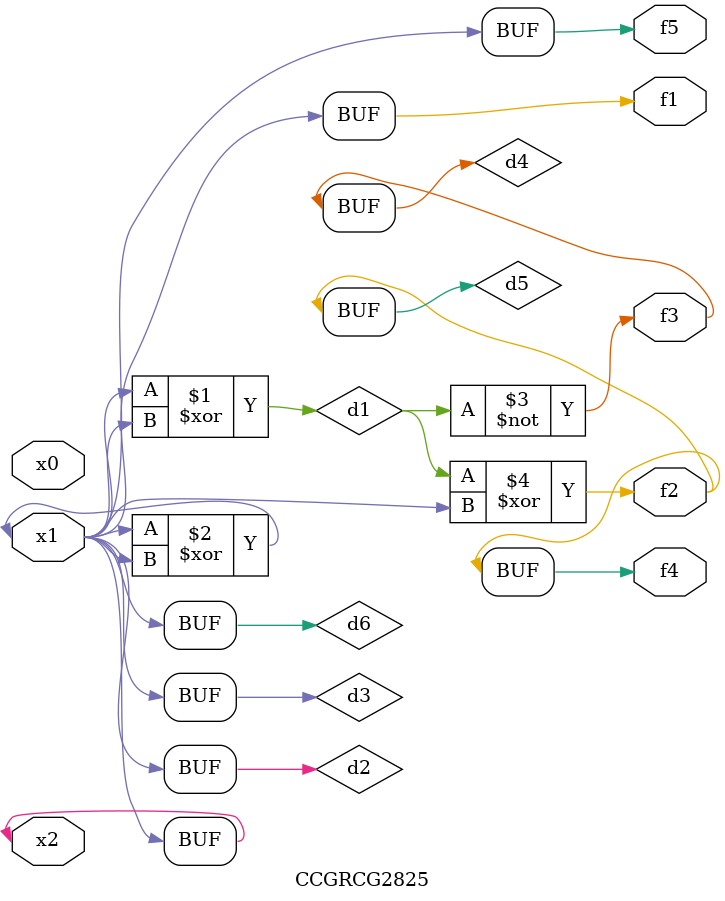
<source format=v>
module CCGRCG2825(
	input x0, x1, x2,
	output f1, f2, f3, f4, f5
);

	wire d1, d2, d3, d4, d5, d6;

	xor (d1, x1, x2);
	buf (d2, x1, x2);
	xor (d3, x1, x2);
	nor (d4, d1);
	xor (d5, d1, d2);
	buf (d6, d2, d3);
	assign f1 = d6;
	assign f2 = d5;
	assign f3 = d4;
	assign f4 = d5;
	assign f5 = d6;
endmodule

</source>
